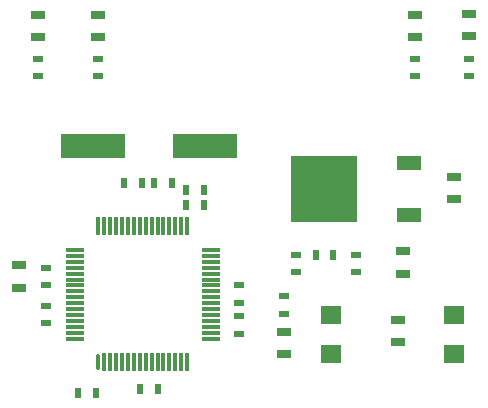
<source format=gtp>
%FSLAX44Y44*%
%MOMM*%
G71*
G01*
G75*
G04 Layer_Color=8421504*
%ADD10R,0.6000X0.9000*%
%ADD11R,0.9000X0.6000*%
%ADD12R,1.3000X0.7000*%
%ADD13R,1.6800X1.5200*%
%ADD14R,2.0000X1.2000*%
%ADD15R,5.6000X5.6000*%
%ADD16R,5.5000X2.0000*%
%ADD17O,0.3000X1.5000*%
%ADD18R,0.3000X1.5000*%
%ADD19R,1.5000X0.3000*%
%ADD20C,0.2000*%
%ADD21C,1.0000*%
%ADD22C,1.5000*%
%ADD23R,1.5000X1.5000*%
%ADD24O,0.7500X0.7000*%
%ADD25C,2.0000*%
%ADD26C,0.7000*%
%ADD27R,0.4000X1.4000*%
D10*
X169000Y319000D02*
D03*
X154000D02*
D03*
X169000Y306000D02*
D03*
X154000D02*
D03*
X142000Y325000D02*
D03*
X127000D02*
D03*
X102000Y325000D02*
D03*
X117000D02*
D03*
X279000Y264000D02*
D03*
X264000D02*
D03*
X115000Y150000D02*
D03*
X130000D02*
D03*
X78000Y147000D02*
D03*
X63000D02*
D03*
D11*
X298000Y249000D02*
D03*
Y264000D02*
D03*
X247000Y249000D02*
D03*
Y264000D02*
D03*
X237000Y229000D02*
D03*
Y214000D02*
D03*
X199000Y212000D02*
D03*
Y197000D02*
D03*
Y223500D02*
D03*
Y238500D02*
D03*
X36000Y206000D02*
D03*
Y221000D02*
D03*
Y253000D02*
D03*
Y238000D02*
D03*
X348000Y430000D02*
D03*
Y415000D02*
D03*
X394000Y430000D02*
D03*
Y415000D02*
D03*
X80000Y430000D02*
D03*
Y415000D02*
D03*
X29000Y430000D02*
D03*
Y415000D02*
D03*
D12*
X237000Y199000D02*
D03*
Y180000D02*
D03*
X13000Y255000D02*
D03*
Y236000D02*
D03*
X381000Y330000D02*
D03*
Y311000D02*
D03*
X394000Y449000D02*
D03*
Y468000D02*
D03*
X348000Y448000D02*
D03*
Y467000D02*
D03*
X80000Y448000D02*
D03*
Y467000D02*
D03*
X29000Y448000D02*
D03*
Y467000D02*
D03*
X338000Y248000D02*
D03*
Y267000D02*
D03*
X334000Y190000D02*
D03*
Y209000D02*
D03*
D13*
X381000Y180000D02*
D03*
Y213000D02*
D03*
X277000Y180000D02*
D03*
Y213000D02*
D03*
D14*
X343000Y342000D02*
D03*
Y298000D02*
D03*
D15*
X271000Y320000D02*
D03*
D16*
X170000Y356000D02*
D03*
X75000D02*
D03*
D17*
X80000Y173000D02*
D03*
D18*
X85000D02*
D03*
X90000D02*
D03*
X95000D02*
D03*
X100000D02*
D03*
X105000D02*
D03*
X110000D02*
D03*
X115000D02*
D03*
X120000D02*
D03*
X125000D02*
D03*
X130000D02*
D03*
X135000D02*
D03*
X140000D02*
D03*
X145000D02*
D03*
X150000D02*
D03*
X155000D02*
D03*
Y288000D02*
D03*
X150000D02*
D03*
X145000D02*
D03*
X140000D02*
D03*
X135000D02*
D03*
X130000D02*
D03*
X125000D02*
D03*
X120000D02*
D03*
X115000D02*
D03*
X110000D02*
D03*
X105000D02*
D03*
X100000D02*
D03*
X95000D02*
D03*
X90000D02*
D03*
X85000D02*
D03*
X80000D02*
D03*
D19*
X175000Y193000D02*
D03*
Y198000D02*
D03*
Y203000D02*
D03*
Y208000D02*
D03*
Y213000D02*
D03*
Y218000D02*
D03*
Y223000D02*
D03*
Y228000D02*
D03*
Y233000D02*
D03*
Y238000D02*
D03*
Y243000D02*
D03*
Y248000D02*
D03*
Y253000D02*
D03*
Y258000D02*
D03*
Y263000D02*
D03*
Y268000D02*
D03*
X60000D02*
D03*
Y263000D02*
D03*
Y258000D02*
D03*
Y253000D02*
D03*
Y248000D02*
D03*
Y243000D02*
D03*
Y238000D02*
D03*
Y233000D02*
D03*
Y228000D02*
D03*
Y223000D02*
D03*
Y218000D02*
D03*
Y213000D02*
D03*
Y208000D02*
D03*
Y203000D02*
D03*
Y198000D02*
D03*
Y193000D02*
D03*
M02*

</source>
